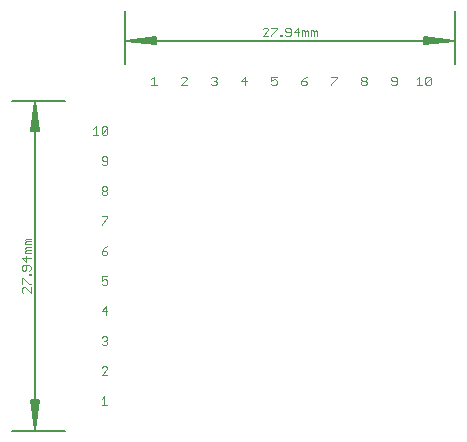
<source format=gko>
G75*
%MOIN*%
%OFA0B0*%
%FSLAX25Y25*%
%IPPOS*%
%LPD*%
%AMOC8*
5,1,8,0,0,1.08239X$1,22.5*
%
%ADD10C,0.00300*%
%ADD11C,0.00512*%
D10*
X0031137Y0038887D02*
X0033072Y0038887D01*
X0032104Y0038887D02*
X0032104Y0041789D01*
X0031137Y0040822D01*
X0031137Y0048887D02*
X0033072Y0050822D01*
X0033072Y0051306D01*
X0032588Y0051789D01*
X0031620Y0051789D01*
X0031137Y0051306D01*
X0031137Y0048887D02*
X0033072Y0048887D01*
X0032588Y0058887D02*
X0031620Y0058887D01*
X0031137Y0059371D01*
X0032104Y0060338D02*
X0032588Y0060338D01*
X0033072Y0059854D01*
X0033072Y0059371D01*
X0032588Y0058887D01*
X0032588Y0060338D02*
X0033072Y0060822D01*
X0033072Y0061306D01*
X0032588Y0061789D01*
X0031620Y0061789D01*
X0031137Y0061306D01*
X0032588Y0068887D02*
X0032588Y0071789D01*
X0031137Y0070338D01*
X0033072Y0070338D01*
X0032588Y0078887D02*
X0031620Y0078887D01*
X0031137Y0079371D01*
X0031137Y0080338D02*
X0032104Y0080822D01*
X0032588Y0080822D01*
X0033072Y0080338D01*
X0033072Y0079371D01*
X0032588Y0078887D01*
X0031137Y0080338D02*
X0031137Y0081789D01*
X0033072Y0081789D01*
X0032588Y0088887D02*
X0033072Y0089371D01*
X0033072Y0089854D01*
X0032588Y0090338D01*
X0031137Y0090338D01*
X0031137Y0089371D01*
X0031620Y0088887D01*
X0032588Y0088887D01*
X0031137Y0090338D02*
X0032104Y0091306D01*
X0033072Y0091789D01*
X0031137Y0098887D02*
X0031137Y0099371D01*
X0033072Y0101306D01*
X0033072Y0101789D01*
X0031137Y0101789D01*
X0031620Y0108887D02*
X0031137Y0109371D01*
X0031137Y0109854D01*
X0031620Y0110338D01*
X0032588Y0110338D01*
X0033072Y0109854D01*
X0033072Y0109371D01*
X0032588Y0108887D01*
X0031620Y0108887D01*
X0031620Y0110338D02*
X0031137Y0110822D01*
X0031137Y0111306D01*
X0031620Y0111789D01*
X0032588Y0111789D01*
X0033072Y0111306D01*
X0033072Y0110822D01*
X0032588Y0110338D01*
X0032588Y0118887D02*
X0033072Y0119371D01*
X0033072Y0121306D01*
X0032588Y0121789D01*
X0031620Y0121789D01*
X0031137Y0121306D01*
X0031137Y0120822D01*
X0031620Y0120338D01*
X0033072Y0120338D01*
X0032588Y0118887D02*
X0031620Y0118887D01*
X0031137Y0119371D01*
X0031620Y0128887D02*
X0031137Y0129371D01*
X0033072Y0131306D01*
X0033072Y0129371D01*
X0032588Y0128887D01*
X0031620Y0128887D01*
X0031137Y0129371D02*
X0031137Y0131306D01*
X0031620Y0131789D01*
X0032588Y0131789D01*
X0033072Y0131306D01*
X0030125Y0128887D02*
X0028190Y0128887D01*
X0029158Y0128887D02*
X0029158Y0131789D01*
X0028190Y0130822D01*
X0047610Y0145487D02*
X0049545Y0145487D01*
X0048577Y0145487D02*
X0048577Y0148389D01*
X0047610Y0147422D01*
X0057610Y0147906D02*
X0058094Y0148389D01*
X0059061Y0148389D01*
X0059545Y0147906D01*
X0059545Y0147422D01*
X0057610Y0145487D01*
X0059545Y0145487D01*
X0067610Y0145971D02*
X0068094Y0145487D01*
X0069061Y0145487D01*
X0069545Y0145971D01*
X0069545Y0146454D01*
X0069061Y0146938D01*
X0068577Y0146938D01*
X0069061Y0146938D02*
X0069545Y0147422D01*
X0069545Y0147906D01*
X0069061Y0148389D01*
X0068094Y0148389D01*
X0067610Y0147906D01*
X0077610Y0146938D02*
X0079545Y0146938D01*
X0079061Y0145487D02*
X0079061Y0148389D01*
X0077610Y0146938D01*
X0087610Y0146938D02*
X0088577Y0147422D01*
X0089061Y0147422D01*
X0089545Y0146938D01*
X0089545Y0145971D01*
X0089061Y0145487D01*
X0088094Y0145487D01*
X0087610Y0145971D01*
X0087610Y0146938D02*
X0087610Y0148389D01*
X0089545Y0148389D01*
X0097610Y0146938D02*
X0099061Y0146938D01*
X0099545Y0146454D01*
X0099545Y0145971D01*
X0099061Y0145487D01*
X0098094Y0145487D01*
X0097610Y0145971D01*
X0097610Y0146938D01*
X0098577Y0147906D01*
X0099545Y0148389D01*
X0107610Y0148389D02*
X0109545Y0148389D01*
X0109545Y0147906D01*
X0107610Y0145971D01*
X0107610Y0145487D01*
X0117610Y0145971D02*
X0118094Y0145487D01*
X0119061Y0145487D01*
X0119545Y0145971D01*
X0119545Y0146454D01*
X0119061Y0146938D01*
X0118094Y0146938D01*
X0117610Y0147422D01*
X0117610Y0147906D01*
X0118094Y0148389D01*
X0119061Y0148389D01*
X0119545Y0147906D01*
X0119545Y0147422D01*
X0119061Y0146938D01*
X0118094Y0146938D02*
X0117610Y0146454D01*
X0117610Y0145971D01*
X0127610Y0145971D02*
X0128094Y0145487D01*
X0129061Y0145487D01*
X0129545Y0145971D01*
X0129545Y0147906D01*
X0129061Y0148389D01*
X0128094Y0148389D01*
X0127610Y0147906D01*
X0127610Y0147422D01*
X0128094Y0146938D01*
X0129545Y0146938D01*
X0136137Y0147422D02*
X0137104Y0148389D01*
X0137104Y0145487D01*
X0136137Y0145487D02*
X0138072Y0145487D01*
X0139083Y0145971D02*
X0141018Y0147906D01*
X0141018Y0145971D01*
X0140534Y0145487D01*
X0139567Y0145487D01*
X0139083Y0145971D01*
X0139083Y0147906D01*
X0139567Y0148389D01*
X0140534Y0148389D01*
X0141018Y0147906D01*
X0102980Y0161799D02*
X0102980Y0163250D01*
X0102496Y0163734D01*
X0102012Y0163250D01*
X0102012Y0161799D01*
X0101045Y0161799D02*
X0101045Y0163734D01*
X0101529Y0163734D01*
X0102012Y0163250D01*
X0100033Y0163250D02*
X0100033Y0161799D01*
X0099066Y0161799D02*
X0099066Y0163250D01*
X0099550Y0163734D01*
X0100033Y0163250D01*
X0099066Y0163250D02*
X0098582Y0163734D01*
X0098098Y0163734D01*
X0098098Y0161799D01*
X0096603Y0161799D02*
X0096603Y0164701D01*
X0095152Y0163250D01*
X0097087Y0163250D01*
X0094140Y0163250D02*
X0092689Y0163250D01*
X0092205Y0163734D01*
X0092205Y0164218D01*
X0092689Y0164701D01*
X0093656Y0164701D01*
X0094140Y0164218D01*
X0094140Y0162283D01*
X0093656Y0161799D01*
X0092689Y0161799D01*
X0092205Y0162283D01*
X0091216Y0162283D02*
X0091216Y0161799D01*
X0090732Y0161799D01*
X0090732Y0162283D01*
X0091216Y0162283D01*
X0089720Y0164218D02*
X0087785Y0162283D01*
X0087785Y0161799D01*
X0086774Y0161799D02*
X0084839Y0161799D01*
X0086774Y0163734D01*
X0086774Y0164218D01*
X0086290Y0164701D01*
X0085323Y0164701D01*
X0084839Y0164218D01*
X0087785Y0164701D02*
X0089720Y0164701D01*
X0089720Y0164218D01*
X0007471Y0094384D02*
X0006020Y0094384D01*
X0005536Y0093900D01*
X0006020Y0093416D01*
X0007471Y0093416D01*
X0007471Y0092449D02*
X0005536Y0092449D01*
X0005536Y0092932D01*
X0006020Y0093416D01*
X0006020Y0091437D02*
X0005536Y0090953D01*
X0006020Y0090470D01*
X0007471Y0090470D01*
X0007471Y0091437D02*
X0006020Y0091437D01*
X0006020Y0090470D02*
X0005536Y0089986D01*
X0005536Y0089502D01*
X0007471Y0089502D01*
X0007471Y0088007D02*
X0004569Y0088007D01*
X0006020Y0086556D01*
X0006020Y0088491D01*
X0006020Y0085544D02*
X0006020Y0084093D01*
X0005536Y0083609D01*
X0005053Y0083609D01*
X0004569Y0084093D01*
X0004569Y0085060D01*
X0005053Y0085544D01*
X0006988Y0085544D01*
X0007471Y0085060D01*
X0007471Y0084093D01*
X0006988Y0083609D01*
X0006988Y0082620D02*
X0007471Y0082620D01*
X0007471Y0082136D01*
X0006988Y0082136D01*
X0006988Y0082620D01*
X0005053Y0081124D02*
X0006988Y0079189D01*
X0007471Y0079189D01*
X0007471Y0078178D02*
X0007471Y0076243D01*
X0005536Y0078178D01*
X0005053Y0078178D01*
X0004569Y0077694D01*
X0004569Y0076727D01*
X0005053Y0076243D01*
X0004569Y0079189D02*
X0004569Y0081124D01*
X0005053Y0081124D01*
D11*
X0001256Y0030337D02*
X0018933Y0030337D01*
X0008933Y0030593D02*
X0009957Y0040573D01*
X0010190Y0040573D02*
X0008933Y0030593D01*
X0007909Y0040573D01*
X0007676Y0040573D02*
X0010190Y0040573D01*
X0009445Y0040573D02*
X0008933Y0030593D01*
X0008421Y0040573D01*
X0007676Y0040573D02*
X0008933Y0030593D01*
X0008933Y0140081D01*
X0009957Y0130101D01*
X0010190Y0130101D02*
X0008933Y0140081D01*
X0007909Y0130101D01*
X0007676Y0130101D02*
X0010190Y0130101D01*
X0009445Y0130101D02*
X0008933Y0140081D01*
X0008421Y0130101D01*
X0007676Y0130101D02*
X0008933Y0140081D01*
X0001256Y0140337D02*
X0018933Y0140337D01*
X0038933Y0152660D02*
X0038933Y0170337D01*
X0039189Y0160337D02*
X0049169Y0159313D01*
X0049169Y0159080D02*
X0039189Y0160337D01*
X0049169Y0161361D01*
X0049169Y0161594D02*
X0049169Y0159080D01*
X0049169Y0159825D02*
X0039189Y0160337D01*
X0049169Y0160849D01*
X0049169Y0161594D02*
X0039189Y0160337D01*
X0148677Y0160337D01*
X0138697Y0159313D01*
X0138697Y0159080D02*
X0148677Y0160337D01*
X0138697Y0161361D01*
X0138697Y0161594D02*
X0138697Y0159080D01*
X0138697Y0159825D02*
X0148677Y0160337D01*
X0138697Y0160849D01*
X0138697Y0161594D02*
X0148677Y0160337D01*
X0148933Y0152660D02*
X0148933Y0170337D01*
M02*

</source>
